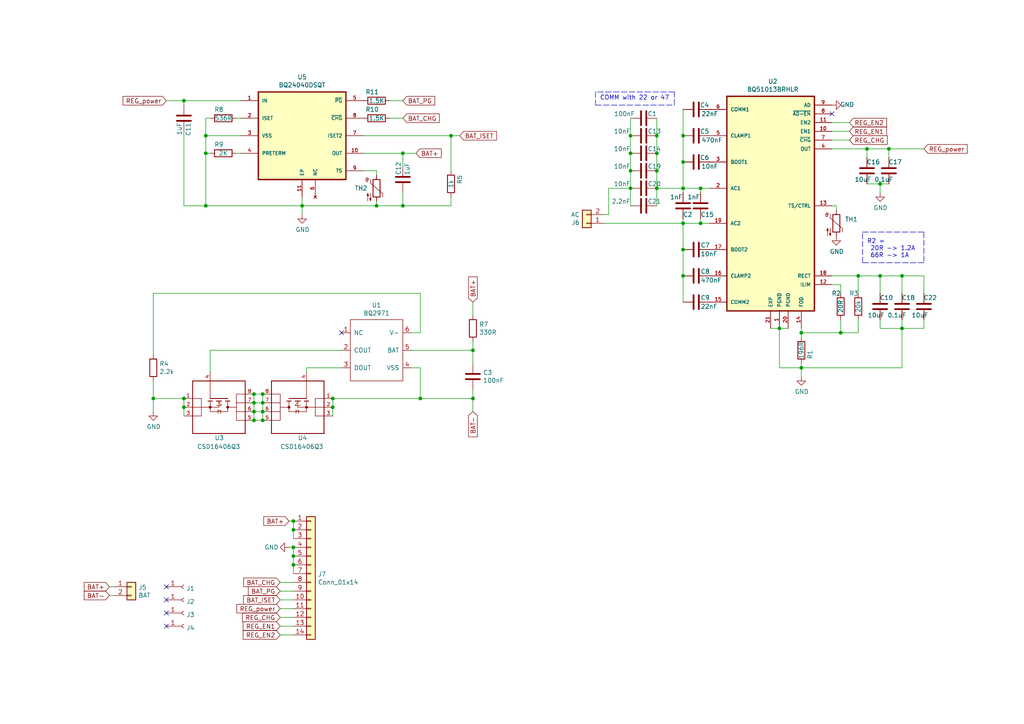
<source format=kicad_sch>
(kicad_sch (version 20211123) (generator eeschema)
  (paper "A4")
  (lib_symbols
    (symbol "BC:BQ2971" (pin_names (offset 1.016))
      (property "Reference" "U" (at 0 11.43 0))
      (property "Value" "BQ2971" (at 0 11.43 0))
      (symbol "BQ2971_1_1"
        (rectangle (start -7.62 8.89) (end 7.62 -8.89))
        (pin input line (at -10.16 5.08 0) (length 2.54) (name "NC") (number "1"))
        (pin input line (at -10.16 0 0) (length 2.54) (name "COUT") (number "2"))
        (pin passive line (at -10.16 -5.08 0) (length 2.54) (name "DOUT") (number "3"))
        (pin input line (at 10.16 -5.08 180) (length 2.54) (name "VSS") (number "4"))
        (pin input line (at 10.16 0 180) (length 2.54) (name "BAT") (number "5"))
        (pin input line (at 10.16 5.08 180) (length 2.54) (name "V-") (number "6"))
      )
    )
    (symbol "BC:CSD16406Q3" (pin_names (offset 1.016) hide)
      (property "Reference" "U" (at -7.62 -11.938 0))
      (property "Value" "CSD16406Q3" (at -5.08 -12.192 0))
      (symbol "CSD16406Q3_0_0"
        (polyline (pts (xy -7.62 -2.54) (xy -7.62 0)) (stroke (width 0.254)))
        (polyline (pts (xy -7.62 0) (xy -7.62 5.08)) (stroke (width 0.254)))
        (polyline (pts (xy -7.62 2.54) (xy -3.81 2.54)) (stroke (width 0.1524)))
        (polyline (pts (xy -7.62 5.08) (xy -7.62 7.62)) (stroke (width 0.254)))
        (polyline (pts (xy -7.62 7.62) (xy -7.62 10.16)) (stroke (width 0.254)))
        (polyline (pts (xy -7.62 10.16) (xy -7.62 12.7)) (stroke (width 0.254)))
        (polyline (pts (xy -7.62 12.7) (xy 7.62 12.7)) (stroke (width 0.254)))
        (polyline (pts (xy -3.81 2.54) (xy -2.54 2.54)) (stroke (width 0.1524)))
        (polyline (pts (xy -3.81 10.16) (xy -3.81 12.7)) (stroke (width 0.1524)))
        (polyline (pts (xy -2.54 -2.54) (xy -2.54 0)) (stroke (width 0.1524)))
        (polyline (pts (xy -2.54 0) (xy 0 0)) (stroke (width 0.1524)))
        (polyline (pts (xy -2.54 7.62) (xy -2.54 2.54)) (stroke (width 0.254)))
        (polyline (pts (xy -1.778 2.54) (xy -1.778 1.905)) (stroke (width 0.254)))
        (polyline (pts (xy -1.778 3.175) (xy -1.778 2.54)) (stroke (width 0.254)))
        (polyline (pts (xy -1.778 5.08) (xy -1.778 4.318)) (stroke (width 0.254)))
        (polyline (pts (xy -1.778 5.08) (xy 0 5.08)) (stroke (width 0.1524)))
        (polyline (pts (xy -1.778 5.842) (xy -1.778 5.08)) (stroke (width 0.254)))
        (polyline (pts (xy -1.778 7.62) (xy -1.778 6.985)) (stroke (width 0.254)))
        (polyline (pts (xy -1.778 7.62) (xy 0 7.62)) (stroke (width 0.1524)))
        (polyline (pts (xy -1.778 8.255) (xy -1.778 7.62)) (stroke (width 0.254)))
        (polyline (pts (xy -1.27 10.16) (xy -3.81 10.16)) (stroke (width 0.1524)))
        (polyline (pts (xy -1.27 10.16) (xy -1.27 12.7)) (stroke (width 0.1524)))
        (polyline (pts (xy 0 -2.54) (xy 0 0)) (stroke (width 0.1524)))
        (polyline (pts (xy 0 0) (xy 2.54 0)) (stroke (width 0.1524)))
        (polyline (pts (xy 0 1.27) (xy 0 2.54)) (stroke (width 0.1524)))
        (polyline (pts (xy 0 2.54) (xy -1.778 2.54)) (stroke (width 0.1524)))
        (polyline (pts (xy 0 2.54) (xy 1.27 2.54)) (stroke (width 0.1524)))
        (polyline (pts (xy 0 5.08) (xy 0 2.54)) (stroke (width 0.1524)))
        (polyline (pts (xy 0 7.62) (xy 1.27 7.62)) (stroke (width 0.1524)))
        (polyline (pts (xy 0 10.16) (xy 0 7.62)) (stroke (width 0.1524)))
        (polyline (pts (xy 1.27 5.588) (xy 0.762 5.588)) (stroke (width 0.1524)))
        (polyline (pts (xy 1.27 5.588) (xy 1.27 2.54)) (stroke (width 0.1524)))
        (polyline (pts (xy 1.27 7.62) (xy 1.27 5.588)) (stroke (width 0.1524)))
        (polyline (pts (xy 1.27 10.16) (xy -1.27 10.16)) (stroke (width 0.1524)))
        (polyline (pts (xy 1.27 10.16) (xy 1.27 12.7)) (stroke (width 0.1524)))
        (polyline (pts (xy 1.778 5.588) (xy 1.27 5.588)) (stroke (width 0.1524)))
        (polyline (pts (xy 2.54 0) (xy 2.54 -2.54)) (stroke (width 0.1524)))
        (polyline (pts (xy 3.81 10.16) (xy 1.27 10.16)) (stroke (width 0.1524)))
        (polyline (pts (xy 3.81 10.16) (xy 3.81 12.7)) (stroke (width 0.1524)))
        (polyline (pts (xy 7.62 -2.54) (xy -7.62 -2.54)) (stroke (width 0.254)))
        (polyline (pts (xy 7.62 2.54) (xy 7.62 -2.54)) (stroke (width 0.254)))
        (polyline (pts (xy 7.62 5.08) (xy 7.62 2.54)) (stroke (width 0.254)))
        (polyline (pts (xy 7.62 7.62) (xy 7.62 5.08)) (stroke (width 0.254)))
        (polyline (pts (xy 7.62 10.16) (xy 7.62 7.62)) (stroke (width 0.254)))
        (polyline (pts (xy 7.62 12.7) (xy 7.62 10.16)) (stroke (width 0.254)))
        (polyline (pts (xy -1.524 5.08) (xy -0.508 5.842) (xy -0.508 4.318)) (stroke (width 0.1524)) (fill (type background)))
        (polyline (pts (xy 1.27 5.588) (xy 0.762 4.826) (xy 1.778 4.826)) (stroke (width 0.1524)) (fill (type background)))
        (circle (center 0 2.54) (radius 0.2032) (stroke (width 0.4064)))
        (circle (center 0 7.62) (radius 0.2032) (stroke (width 0.4064)))
        (pin passive line (at -2.54 -5.08 90) (length 2.54) (name "~") (number "1"))
        (pin passive line (at 0 -5.08 90) (length 2.54) (name "~") (number "2"))
        (pin passive line (at 2.54 -5.08 90) (length 2.54) (name "~") (number "3"))
        (pin passive line (at -10.16 2.54 0) (length 2.54) (name "~") (number "4"))
        (pin passive line (at 3.81 15.24 270) (length 2.54) (name "~") (number "5"))
        (pin passive line (at 1.27 15.24 270) (length 2.54) (name "~") (number "6"))
        (pin passive line (at -1.27 15.24 270) (length 2.54) (name "~") (number "7"))
        (pin passive line (at -3.81 15.24 270) (length 2.54) (name "~") (number "8"))
      )
      (symbol "CSD16406Q3_1_1"
        (polyline (pts (xy 0 1.27) (xy 0 0)))
      )
    )
    (symbol "BQ24040DSQT:BQ24040DSQT" (pin_names (offset 1.016))
      (property "Reference" "U" (at -12.7 13.6906 0))
      (property "Value" "BQ24040DSQT" (at -5.08 15.24 0))
      (symbol "BQ24040DSQT_0_0"
        (rectangle (start -12.7 -12.7) (end 12.7 12.7) (stroke (width 0.4064)) (fill (type background)))
        (pin input line (at -17.78 10.16 0) (length 5.08) (name "IN") (number "1"))
        (pin output line (at 17.78 -5.08 180) (length 5.08) (name "OUT") (number "10"))
        (pin bidirectional line (at 0 -17.78 90) (length 5.08) (name "EP") (number "11"))
        (pin input line (at -17.78 5.08 0) (length 5.08) (name "ISET") (number "2"))
        (pin power_in line (at -17.78 0 0) (length 5.08) (name "VSS") (number "3"))
        (pin input line (at -17.78 -5.08 0) (length 5.08) (name "PRETERM") (number "4"))
        (pin output line (at 17.78 10.16 180) (length 5.08) (name "~{PG}") (number "5"))
        (pin input line (at 17.78 0 180) (length 5.08) (name "ISET2") (number "7"))
        (pin output line (at 17.78 5.08 180) (length 5.08) (name "~{CHG}") (number "8"))
        (pin input line (at 17.78 -10.16 180) (length 5.08) (name "TS") (number "9"))
      )
      (symbol "BQ24040DSQT_1_1"
        (pin no_connect line (at 3.81 -17.78 90) (length 5.08) (name "NC") (number "6"))
      )
    )
    (symbol "BQ51013BRHLR:BQ51013BRHLR" (pin_names (offset 1.016))
      (property "Reference" "U" (at -12.7 35.2806 0))
      (property "Value" "BQ51013BRHLR" (at -6.35 35.56 0))
      (symbol "BQ51013BRHLR_0_0"
        (rectangle (start -12.7 -30.48) (end 12.7 31.75) (stroke (width 0.4064)) (fill (type background)))
        (pin power_in line (at 2.54 -35.56 90) (length 5.08) (name "PGND") (number "1"))
        (pin input line (at 17.78 21.59 180) (length 5.08) (name "EN1") (number "10"))
        (pin input line (at 17.78 24.13 180) (length 5.08) (name "EN2") (number "11"))
        (pin bidirectional line (at 17.78 -22.86 180) (length 5.08) (name "ILIM") (number "12"))
        (pin input line (at 17.78 0 180) (length 5.08) (name "TS/CTRL") (number "13"))
        (pin input line (at 8.89 -35.56 90) (length 5.08) (name "FOD") (number "14"))
        (pin output line (at -17.78 -27.94 0) (length 5.08) (name "COMM2") (number "15"))
        (pin output line (at -17.78 -20.32 0) (length 5.08) (name "CLAMP2") (number "16"))
        (pin output line (at -17.78 -12.7 0) (length 5.08) (name "BOOT2") (number "17"))
        (pin output line (at 17.78 -20.32 180) (length 5.08) (name "RECT") (number "18"))
        (pin input line (at -17.78 -5.08 0) (length 5.08) (name "AC2") (number "19"))
        (pin input line (at -17.78 5.08 0) (length 5.08) (name "AC1") (number "2"))
        (pin power_in line (at 5.08 -35.56 90) (length 5.08) (name "PGND") (number "20"))
        (pin power_in line (at 0 -35.56 90) (length 5.08) (name "EXP") (number "21"))
        (pin output line (at -17.78 12.7 0) (length 5.08) (name "BOOT1") (number "3"))
        (pin output line (at 17.78 16.51 180) (length 5.08) (name "OUT") (number "4"))
        (pin output line (at -17.78 20.32 0) (length 5.08) (name "CLAMP1") (number "5"))
        (pin output line (at -17.78 27.94 0) (length 5.08) (name "COMM1") (number "6"))
        (pin output line (at 17.78 19.05 180) (length 5.08) (name "~{CHG}") (number "7"))
        (pin output line (at 17.78 26.67 180) (length 5.08) (name "~{AD-EN}") (number "8"))
        (pin input line (at 17.78 29.21 180) (length 5.08) (name "AD") (number "9"))
      )
    )
    (symbol "Connector:Conn_01x01_Female" (pin_names (offset 1.016) hide)
      (property "Reference" "J" (at 0 2.54 0))
      (property "Value" "Conn_01x01_Female" (at 0 -2.54 0))
      (symbol "Conn_01x01_Female_1_1"
        (polyline (pts (xy -1.27 0) (xy -0.508 0)) (stroke (width 0.1524)))
        (arc (start 0 0.508) (mid -0.508 0) (end 0 -0.508) (stroke (width 0.1524)))
        (pin passive line (at -5.08 0 0) (length 3.81) (name "Pin_1") (number "1"))
      )
    )
    (symbol "Connector_Generic:Conn_01x02" (pin_names (offset 1.016) hide)
      (property "Reference" "J" (at 0 2.54 0))
      (property "Value" "Conn_01x02" (at 0 -5.08 0))
      (symbol "Conn_01x02_1_1"
        (rectangle (start -1.27 -2.413) (end 0 -2.667) (stroke (width 0.1524)))
        (rectangle (start -1.27 0.127) (end 0 -0.127) (stroke (width 0.1524)))
        (rectangle (start -1.27 1.27) (end 1.27 -3.81) (stroke (width 0.254)) (fill (type background)))
        (pin passive line (at -5.08 0 0) (length 3.81) (name "Pin_1") (number "1"))
        (pin passive line (at -5.08 -2.54 0) (length 3.81) (name "Pin_2") (number "2"))
      )
    )
    (symbol "Connector_Generic:Conn_01x14" (pin_names (offset 1.016) hide)
      (property "Reference" "J" (at 0 17.78 0))
      (property "Value" "Conn_01x14" (at 0 -20.32 0))
      (symbol "Conn_01x14_1_1"
        (rectangle (start -1.27 -17.653) (end 0 -17.907) (stroke (width 0.1524)))
        (rectangle (start -1.27 -15.113) (end 0 -15.367) (stroke (width 0.1524)))
        (rectangle (start -1.27 -12.573) (end 0 -12.827) (stroke (width 0.1524)))
        (rectangle (start -1.27 -10.033) (end 0 -10.287) (stroke (width 0.1524)))
        (rectangle (start -1.27 -7.493) (end 0 -7.747) (stroke (width 0.1524)))
        (rectangle (start -1.27 -4.953) (end 0 -5.207) (stroke (width 0.1524)))
        (rectangle (start -1.27 -2.413) (end 0 -2.667) (stroke (width 0.1524)))
        (rectangle (start -1.27 0.127) (end 0 -0.127) (stroke (width 0.1524)))
        (rectangle (start -1.27 2.667) (end 0 2.413) (stroke (width 0.1524)))
        (rectangle (start -1.27 5.207) (end 0 4.953) (stroke (width 0.1524)))
        (rectangle (start -1.27 7.747) (end 0 7.493) (stroke (width 0.1524)))
        (rectangle (start -1.27 10.287) (end 0 10.033) (stroke (width 0.1524)))
        (rectangle (start -1.27 12.827) (end 0 12.573) (stroke (width 0.1524)))
        (rectangle (start -1.27 15.367) (end 0 15.113) (stroke (width 0.1524)))
        (rectangle (start -1.27 16.51) (end 1.27 -19.05) (stroke (width 0.254)) (fill (type background)))
        (pin passive line (at -5.08 15.24 0) (length 3.81) (name "Pin_1") (number "1"))
        (pin passive line (at -5.08 -7.62 0) (length 3.81) (name "Pin_10") (number "10"))
        (pin passive line (at -5.08 -10.16 0) (length 3.81) (name "Pin_11") (number "11"))
        (pin passive line (at -5.08 -12.7 0) (length 3.81) (name "Pin_12") (number "12"))
        (pin passive line (at -5.08 -15.24 0) (length 3.81) (name "Pin_13") (number "13"))
        (pin passive line (at -5.08 -17.78 0) (length 3.81) (name "Pin_14") (number "14"))
        (pin passive line (at -5.08 12.7 0) (length 3.81) (name "Pin_2") (number "2"))
        (pin passive line (at -5.08 10.16 0) (length 3.81) (name "Pin_3") (number "3"))
        (pin passive line (at -5.08 7.62 0) (length 3.81) (name "Pin_4") (number "4"))
        (pin passive line (at -5.08 5.08 0) (length 3.81) (name "Pin_5") (number "5"))
        (pin passive line (at -5.08 2.54 0) (length 3.81) (name "Pin_6") (number "6"))
        (pin passive line (at -5.08 0 0) (length 3.81) (name "Pin_7") (number "7"))
        (pin passive line (at -5.08 -2.54 0) (length 3.81) (name "Pin_8") (number "8"))
        (pin passive line (at -5.08 -5.08 0) (length 3.81) (name "Pin_9") (number "9"))
      )
    )
    (symbol "Device:C" (pin_numbers hide) (pin_names (offset 0.254))
      (property "Reference" "C" (at 0.635 2.54 0))
      (property "Value" "C" (at 0.635 -2.54 0))
      (symbol "C_0_1"
        (polyline (pts (xy -2.032 -0.762) (xy 2.032 -0.762)) (stroke (width 0.508)))
        (polyline (pts (xy -2.032 0.762) (xy 2.032 0.762)) (stroke (width 0.508)))
      )
      (symbol "C_1_1"
        (pin passive line (at 0 3.81 270) (length 2.794) (name "~") (number "1"))
        (pin passive line (at 0 -3.81 90) (length 2.794) (name "~") (number "2"))
      )
    )
    (symbol "Device:R" (pin_numbers hide) (pin_names (offset 0))
      (property "Reference" "R" (at 2.032 0 90))
      (property "Value" "R" (at 0 0 90))
      (symbol "R_0_1"
        (rectangle (start -1.016 -2.54) (end 1.016 2.54) (stroke (width 0.254)))
      )
      (symbol "R_1_1"
        (pin passive line (at 0 3.81 270) (length 1.27) (name "~") (number "1"))
        (pin passive line (at 0 -3.81 90) (length 1.27) (name "~") (number "2"))
      )
    )
    (symbol "Device:Thermistor_NTC" (pin_numbers hide) (pin_names (offset 0))
      (property "Reference" "TH" (at -4.445 0 90))
      (property "Value" "Thermistor_NTC" (at 3.175 0 90))
      (symbol "Thermistor_NTC_0_1"
        (arc (start -3.048 2.159) (mid -3.0505 2.3165) (end -3.175 2.413))
        (arc (start -3.048 2.159) (mid -2.9736 1.9794) (end -2.794 1.905))
        (arc (start -3.048 2.794) (mid -2.9736 2.6144) (end -2.794 2.54))
        (arc (start -2.794 1.905) (mid -2.6144 1.9794) (end -2.54 2.159))
        (arc (start -2.794 2.54) (mid -2.434 2.5608) (end -2.159 2.794))
        (arc (start -2.794 3.048) (mid -2.9736 2.9736) (end -3.048 2.794))
        (arc (start -2.54 2.794) (mid -2.6144 2.9736) (end -2.794 3.048))
        (rectangle (start -1.016 2.54) (end 1.016 -2.54) (stroke (width 0.254)))
        (polyline (pts (xy -2.54 2.159) (xy -2.54 2.794)))
        (polyline (pts (xy -1.778 2.54) (xy -1.778 1.524) (xy 1.778 -1.524) (xy 1.778 -2.54)))
        (polyline (pts (xy -2.54 -3.683) (xy -2.54 -1.397) (xy -2.794 -2.159) (xy -2.286 -2.159) (xy -2.54 -1.397) (xy -2.54 -1.651)) (fill (type outline)))
        (polyline (pts (xy -1.778 -1.397) (xy -1.778 -3.683) (xy -2.032 -2.921) (xy -1.524 -2.921) (xy -1.778 -3.683) (xy -1.778 -3.429)) (fill (type outline)))
      )
      (symbol "Thermistor_NTC_1_1"
        (pin passive line (at 0 3.81 270) (length 1.27) (name "~") (number "1"))
        (pin passive line (at 0 -3.81 90) (length 1.27) (name "~") (number "2"))
      )
    )
    (symbol "power:GND" (power) (pin_names (offset 0))
      (property "Value" "GND" (at 0 -3.81 0))
      (symbol "GND_0_1"
        (polyline (pts (xy 0 0) (xy 0 -1.27) (xy 1.27 -1.27) (xy 0 -2.54) (xy -1.27 -1.27) (xy 0 -1.27)))
      )
      (symbol "GND_1_1"
        (pin power_in line (at 0 0 270) (length 0) hide (name "GND") (number "1"))
      )
    )
  )
  (junction (at 243.84 96.52))
  (junction (at 203.2 54.61))
  (junction (at 232.41 96.52))
  (junction (at 109.22 59.69))
  (junction (at 73.66 119.38))
  (junction (at 182.88 49.53))
  (junction (at 59.69 59.69))
  (junction (at 248.92 80.01))
  (junction (at 182.88 39.37))
  (junction (at 116.84 59.69))
  (junction (at 116.84 44.45))
  (junction (at 85.09 153.67))
  (junction (at 255.27 80.01))
  (junction (at 76.2 121.92))
  (junction (at 76.2 116.84))
  (junction (at 59.69 39.37))
  (junction (at 53.34 115.57))
  (junction (at 85.09 158.75))
  (junction (at 73.66 121.92))
  (junction (at 198.12 54.61))
  (junction (at 121.92 115.57))
  (junction (at 137.16 115.57))
  (junction (at 85.09 151.13))
  (junction (at 85.09 163.83))
  (junction (at 203.2 64.77))
  (junction (at 76.2 114.3))
  (junction (at 137.16 101.6))
  (junction (at 182.88 44.45))
  (junction (at 85.09 161.29))
  (junction (at 261.62 95.25))
  (junction (at 190.5 44.45))
  (junction (at 96.52 118.11))
  (junction (at 87.63 59.69))
  (junction (at 261.62 80.01))
  (junction (at 198.12 46.99))
  (junction (at 53.34 118.11))
  (junction (at 198.12 72.39))
  (junction (at 232.41 106.68))
  (junction (at 182.88 54.61))
  (junction (at 190.5 54.61))
  (junction (at 73.66 114.3))
  (junction (at 130.81 39.37))
  (junction (at 226.06 95.25))
  (junction (at 257.81 43.18))
  (junction (at 76.2 119.38))
  (junction (at 53.34 29.21))
  (junction (at 190.5 49.53))
  (junction (at 59.69 44.45))
  (junction (at 251.46 43.18))
  (junction (at 198.12 80.01))
  (junction (at 96.52 115.57))
  (junction (at 198.12 39.37))
  (junction (at 44.45 115.57))
  (junction (at 198.12 64.77))
  (junction (at 255.27 53.34))
  (junction (at 190.5 39.37))
  (junction (at 73.66 116.84))
  (no_connect (at 99.06 96.52))
  (no_connect (at 241.3 33.02))
  (no_connect (at 48.26 173.99))
  (no_connect (at 48.26 170.18))
  (no_connect (at 48.26 181.61))
  (no_connect (at 48.26 177.8))
  (wire (pts (xy 228.6 95.25) (xy 226.06 95.25)))
  (wire (pts (xy 44.45 115.57) (xy 44.45 119.38)))
  (wire (pts (xy 255.27 55.88) (xy 255.27 53.34)))
  (wire (pts (xy 81.28 173.99) (xy 85.09 173.99)))
  (wire (pts (xy 69.85 39.37) (xy 59.69 39.37)))
  (wire (pts (xy 73.66 116.84) (xy 73.66 119.38)))
  (wire (pts (xy 190.5 54.61) (xy 198.12 54.61)))
  (wire (pts (xy 261.62 92.71) (xy 261.62 95.25)))
  (wire (pts (xy 243.84 96.52) (xy 248.92 96.52)))
  (wire (pts (xy 60.96 101.6) (xy 60.96 107.95)))
  (wire (pts (xy 241.3 80.01) (xy 248.92 80.01)))
  (polyline (pts (xy 267.97 76.2) (xy 250.19 76.2)))
  (wire (pts (xy 73.66 114.3) (xy 73.66 116.84)))
  (wire (pts (xy 182.88 34.29) (xy 182.88 39.37)))
  (wire (pts (xy 255.27 80.01) (xy 255.27 85.09)))
  (wire (pts (xy 119.38 96.52) (xy 121.92 96.52)))
  (wire (pts (xy 87.63 59.69) (xy 87.63 62.23)))
  (wire (pts (xy 241.3 40.64) (xy 246.38 40.64)))
  (wire (pts (xy 251.46 43.18) (xy 257.81 43.18)))
  (wire (pts (xy 198.12 87.63) (xy 198.12 80.01)))
  (wire (pts (xy 88.9 106.68) (xy 99.06 106.68)))
  (wire (pts (xy 261.62 95.25) (xy 261.62 106.68)))
  (wire (pts (xy 76.2 119.38) (xy 76.2 121.92)))
  (wire (pts (xy 130.81 39.37) (xy 133.35 39.37)))
  (wire (pts (xy 85.09 158.75) (xy 85.09 161.29)))
  (wire (pts (xy 53.34 29.21) (xy 69.85 29.21)))
  (wire (pts (xy 182.88 39.37) (xy 182.88 44.45)))
  (wire (pts (xy 109.22 49.53) (xy 109.22 50.8)))
  (wire (pts (xy 198.12 64.77) (xy 203.2 64.77)))
  (wire (pts (xy 53.34 30.48) (xy 53.34 29.21)))
  (wire (pts (xy 251.46 45.72) (xy 251.46 43.18)))
  (wire (pts (xy 130.81 57.15) (xy 130.81 59.69)))
  (wire (pts (xy 121.92 106.68) (xy 121.92 115.57)))
  (wire (pts (xy 190.5 54.61) (xy 190.5 59.69)))
  (wire (pts (xy 248.92 80.01) (xy 248.92 85.09)))
  (wire (pts (xy 241.3 38.1) (xy 246.38 38.1)))
  (wire (pts (xy 198.12 80.01) (xy 198.12 72.39)))
  (wire (pts (xy 121.92 96.52) (xy 121.92 85.09)))
  (wire (pts (xy 190.5 49.53) (xy 190.5 54.61)))
  (wire (pts (xy 137.16 113.03) (xy 137.16 115.57)))
  (wire (pts (xy 44.45 85.09) (xy 44.45 102.87)))
  (wire (pts (xy 109.22 58.42) (xy 109.22 59.69)))
  (wire (pts (xy 83.82 158.75) (xy 85.09 158.75)))
  (wire (pts (xy 113.03 34.29) (xy 116.84 34.29)))
  (wire (pts (xy 76.2 114.3) (xy 76.2 116.84)))
  (wire (pts (xy 85.09 151.13) (xy 83.82 151.13)))
  (wire (pts (xy 267.97 80.01) (xy 267.97 85.09)))
  (wire (pts (xy 248.92 80.01) (xy 255.27 80.01)))
  (wire (pts (xy 105.41 49.53) (xy 109.22 49.53)))
  (wire (pts (xy 31.75 172.72) (xy 33.02 172.72)))
  (wire (pts (xy 257.81 45.72) (xy 257.81 43.18)))
  (wire (pts (xy 241.3 59.69) (xy 242.57 59.69)))
  (wire (pts (xy 96.52 120.65) (xy 96.52 118.11)))
  (wire (pts (xy 68.58 34.29) (xy 69.85 34.29)))
  (wire (pts (xy 53.34 38.1) (xy 53.34 59.69)))
  (wire (pts (xy 96.52 118.11) (xy 96.52 115.57)))
  (wire (pts (xy 232.41 106.68) (xy 261.62 106.68)))
  (wire (pts (xy 85.09 184.15) (xy 81.28 184.15)))
  (wire (pts (xy 190.5 44.45) (xy 190.5 49.53)))
  (wire (pts (xy 68.58 44.45) (xy 69.85 44.45)))
  (wire (pts (xy 223.52 95.25) (xy 226.06 95.25)))
  (wire (pts (xy 255.27 80.01) (xy 261.62 80.01)))
  (wire (pts (xy 59.69 39.37) (xy 59.69 44.45)))
  (wire (pts (xy 248.92 92.71) (xy 248.92 96.52)))
  (wire (pts (xy 121.92 106.68) (xy 119.38 106.68)))
  (wire (pts (xy 116.84 48.26) (xy 116.84 44.45)))
  (wire (pts (xy 241.3 82.55) (xy 243.84 82.55)))
  (wire (pts (xy 182.88 44.45) (xy 182.88 49.53)))
  (wire (pts (xy 60.96 34.29) (xy 59.69 34.29)))
  (wire (pts (xy 33.02 170.18) (xy 31.75 170.18)))
  (wire (pts (xy 198.12 55.88) (xy 198.12 54.61)))
  (wire (pts (xy 137.16 119.38) (xy 137.16 115.57)))
  (wire (pts (xy 73.66 119.38) (xy 73.66 121.92)))
  (wire (pts (xy 85.09 168.91) (xy 81.28 168.91)))
  (wire (pts (xy 198.12 39.37) (xy 198.12 46.99)))
  (wire (pts (xy 76.2 116.84) (xy 76.2 119.38)))
  (wire (pts (xy 44.45 110.49) (xy 44.45 115.57)))
  (wire (pts (xy 85.09 163.83) (xy 85.09 166.37)))
  (wire (pts (xy 255.27 92.71) (xy 255.27 95.25)))
  (wire (pts (xy 130.81 39.37) (xy 130.81 49.53)))
  (wire (pts (xy 232.41 105.41) (xy 232.41 106.68)))
  (wire (pts (xy 85.09 179.07) (xy 81.28 179.07)))
  (wire (pts (xy 137.16 115.57) (xy 121.92 115.57)))
  (wire (pts (xy 85.09 151.13) (xy 85.09 153.67)))
  (wire (pts (xy 116.84 55.88) (xy 116.84 59.69)))
  (wire (pts (xy 96.52 115.57) (xy 121.92 115.57)))
  (wire (pts (xy 182.88 54.61) (xy 182.88 59.69)))
  (wire (pts (xy 203.2 63.5) (xy 203.2 64.77)))
  (wire (pts (xy 242.57 59.69) (xy 242.57 60.96)))
  (wire (pts (xy 60.96 44.45) (xy 59.69 44.45)))
  (wire (pts (xy 203.2 55.88) (xy 203.2 54.61)))
  (wire (pts (xy 73.66 116.84) (xy 76.2 116.84)))
  (wire (pts (xy 232.41 95.25) (xy 232.41 96.52)))
  (wire (pts (xy 59.69 59.69) (xy 87.63 59.69)))
  (wire (pts (xy 105.41 44.45) (xy 116.84 44.45)))
  (wire (pts (xy 176.53 62.23) (xy 176.53 54.61)))
  (wire (pts (xy 232.41 96.52) (xy 243.84 96.52)))
  (wire (pts (xy 137.16 101.6) (xy 137.16 105.41)))
  (wire (pts (xy 243.84 92.71) (xy 243.84 96.52)))
  (wire (pts (xy 53.34 115.57) (xy 53.34 118.11)))
  (wire (pts (xy 85.09 181.61) (xy 81.28 181.61)))
  (wire (pts (xy 73.66 121.92) (xy 76.2 121.92)))
  (wire (pts (xy 232.41 96.52) (xy 232.41 97.79)))
  (wire (pts (xy 99.06 101.6) (xy 60.96 101.6)))
  (wire (pts (xy 226.06 95.25) (xy 226.06 106.68)))
  (polyline (pts (xy 250.19 67.31) (xy 267.97 67.31)))
  (wire (pts (xy 175.26 64.77) (xy 198.12 64.77)))
  (wire (pts (xy 267.97 92.71) (xy 267.97 95.25)))
  (wire (pts (xy 261.62 80.01) (xy 267.97 80.01)))
  (wire (pts (xy 53.34 59.69) (xy 59.69 59.69)))
  (wire (pts (xy 255.27 53.34) (xy 257.81 53.34)))
  (wire (pts (xy 241.3 35.56) (xy 246.38 35.56)))
  (wire (pts (xy 85.09 161.29) (xy 85.09 163.83)))
  (wire (pts (xy 251.46 53.34) (xy 255.27 53.34)))
  (polyline (pts (xy 172.72 26.67) (xy 172.72 30.48)))
  (wire (pts (xy 190.5 34.29) (xy 190.5 39.37)))
  (wire (pts (xy 116.84 59.69) (xy 130.81 59.69)))
  (wire (pts (xy 267.97 95.25) (xy 261.62 95.25)))
  (wire (pts (xy 182.88 49.53) (xy 182.88 54.61)))
  (polyline (pts (xy 250.19 76.2) (xy 250.19 67.31)))
  (wire (pts (xy 113.03 29.21) (xy 116.84 29.21)))
  (wire (pts (xy 137.16 101.6) (xy 137.16 99.06)))
  (wire (pts (xy 119.38 101.6) (xy 137.16 101.6)))
  (wire (pts (xy 53.34 115.57) (xy 44.45 115.57)))
  (wire (pts (xy 198.12 31.75) (xy 198.12 39.37)))
  (wire (pts (xy 137.16 87.63) (xy 137.16 91.44)))
  (wire (pts (xy 257.81 43.18) (xy 267.97 43.18)))
  (wire (pts (xy 87.63 59.69) (xy 109.22 59.69)))
  (wire (pts (xy 87.63 57.15) (xy 87.63 59.69)))
  (polyline (pts (xy 172.72 30.48) (xy 195.58 30.48)))
  (wire (pts (xy 176.53 62.23) (xy 175.26 62.23)))
  (wire (pts (xy 116.84 44.45) (xy 120.65 44.45)))
  (wire (pts (xy 88.9 106.68) (xy 88.9 107.95)))
  (wire (pts (xy 85.09 171.45) (xy 81.28 171.45)))
  (wire (pts (xy 121.92 85.09) (xy 44.45 85.09)))
  (wire (pts (xy 85.09 176.53) (xy 81.28 176.53)))
  (wire (pts (xy 241.3 43.18) (xy 251.46 43.18)))
  (wire (pts (xy 232.41 106.68) (xy 232.41 109.22)))
  (wire (pts (xy 53.34 118.11) (xy 53.34 120.65)))
  (wire (pts (xy 198.12 46.99) (xy 198.12 54.61)))
  (wire (pts (xy 73.66 114.3) (xy 76.2 114.3)))
  (wire (pts (xy 243.84 82.55) (xy 243.84 85.09)))
  (wire (pts (xy 85.09 153.67) (xy 85.09 156.21)))
  (wire (pts (xy 116.84 59.69) (xy 109.22 59.69)))
  (wire (pts (xy 190.5 39.37) (xy 190.5 44.45)))
  (wire (pts (xy 48.26 29.21) (xy 53.34 29.21)))
  (wire (pts (xy 198.12 63.5) (xy 198.12 64.77)))
  (polyline (pts (xy 267.97 67.31) (xy 267.97 76.2)))
  (wire (pts (xy 203.2 64.77) (xy 205.74 64.77)))
  (wire (pts (xy 198.12 72.39) (xy 198.12 64.77)))
  (wire (pts (xy 59.69 44.45) (xy 59.69 59.69)))
  (wire (pts (xy 261.62 80.01) (xy 261.62 85.09)))
  (polyline (pts (xy 195.58 26.67) (xy 172.72 26.67)))
  (wire (pts (xy 105.41 39.37) (xy 130.81 39.37)))
  (wire (pts (xy 226.06 106.68) (xy 232.41 106.68)))
  (wire (pts (xy 203.2 54.61) (xy 205.74 54.61)))
  (wire (pts (xy 255.27 95.25) (xy 261.62 95.25)))
  (wire (pts (xy 59.69 34.29) (xy 59.69 39.37)))
  (wire (pts (xy 176.53 54.61) (xy 182.88 54.61)))
  (wire (pts (xy 73.66 119.38) (xy 76.2 119.38)))
  (wire (pts (xy 198.12 54.61) (xy 203.2 54.61)))
  (polyline (pts (xy 195.58 30.48) (xy 195.58 26.67)))
  (text "R2 = \n 20R -> 1.2A\n 66R -> 1A" (at 251.46 74.93 0) (effects (font (size 1.27 1.27)) (justify left bottom)))
  (text "COMM with 22 or 47" (at 173.99 29.21 0) (effects (font (size 1.27 1.27)) (justify left bottom)))
  (global_label "BAT_ISET" (shape input) (at 133.35 39.37 0) (property "Intersheet References" "${INTERSHEET_REFS}" (effects hide)))
  (global_label "REG_EN1" (shape input) (at 246.38 38.1 0) (property "Intersheet References" "${INTERSHEET_REFS}" (effects hide)))
  (global_label "BAT-" (shape input) (at 137.16 119.38 270) (property "Intersheet References" "${INTERSHEET_REFS}" (effects hide)))
  (global_label "BAT_ISET" (shape input) (at 81.28 173.99 180) (property "Intersheet References" "${INTERSHEET_REFS}" (effects hide)))
  (global_label "BAT_CHG" (shape input) (at 81.28 168.91 180) (property "Intersheet References" "${INTERSHEET_REFS}" (effects hide)))
  (global_label "BAT_PG" (shape input) (at 116.84 29.21 0) (property "Intersheet References" "${INTERSHEET_REFS}" (effects hide)))
  (global_label "REG_power" (shape input) (at 267.97 43.18 0) (property "Intersheet References" "${INTERSHEET_REFS}" (effects hide)))
  (global_label "REG_EN2" (shape input) (at 81.28 184.15 180) (property "Intersheet References" "${INTERSHEET_REFS}" (effects hide)))
  (global_label "REG_EN2" (shape input) (at 246.38 35.56 0) (property "Intersheet References" "${INTERSHEET_REFS}" (effects hide)))
  (global_label "BAT_CHG" (shape input) (at 116.84 34.29 0) (property "Intersheet References" "${INTERSHEET_REFS}" (effects hide)))
  (global_label "BAT+" (shape input) (at 83.82 151.13 180) (property "Intersheet References" "${INTERSHEET_REFS}" (effects hide)))
  (global_label "REG_power" (shape input) (at 81.28 176.53 180) (property "Intersheet References" "${INTERSHEET_REFS}" (effects hide)))
  (global_label "BAT+" (shape input) (at 137.16 87.63 90) (property "Intersheet References" "${INTERSHEET_REFS}" (effects hide)))
  (global_label "REG_CHG" (shape input) (at 81.28 179.07 180) (property "Intersheet References" "${INTERSHEET_REFS}" (effects hide)))
  (global_label "REG_CHG" (shape input) (at 246.38 40.64 0) (property "Intersheet References" "${INTERSHEET_REFS}" (effects hide)))
  (global_label "BAT-" (shape input) (at 31.75 172.72 180) (property "Intersheet References" "${INTERSHEET_REFS}" (effects hide)))
  (global_label "REG_power" (shape input) (at 48.26 29.21 180) (property "Intersheet References" "${INTERSHEET_REFS}" (effects hide)))
  (global_label "BAT+" (shape input) (at 31.75 170.18 180) (property "Intersheet References" "${INTERSHEET_REFS}" (effects hide)))
  (global_label "BAT+" (shape input) (at 120.65 44.45 0) (property "Intersheet References" "${INTERSHEET_REFS}" (effects hide)))
  (global_label "BAT_PG" (shape input) (at 81.28 171.45 180) (property "Intersheet References" "${INTERSHEET_REFS}" (effects hide)))
  (global_label "REG_EN1" (shape input) (at 81.28 181.61 180) (property "Intersheet References" "${INTERSHEET_REFS}" (effects hide)))
  (symbol (lib_id "BC:CSD16406Q3") (at 58.42 118.11 270) (unit 1)
    (property "Reference" "U3" (at 62.23 127 90) (effects (justify left)))
    (property "Value" "CSD16406Q3" (at 57.15 129.54 90) (effects (justify left)))
    (property "Footprint" "BC:CSD16406Q3" (effects hide))
    (property "AVAILABILITY" "Good" (effects hide))
    (property "MOUSER-PURCHASE-URL" "https://snapeda.com/shop?store=Mouser&id=288071" (effects hide))
    (property "MF" "Texas Instruments" (effects hide))
    (property "DESCRIPTION" "25V, N ch NexFET MOSFET, single SON3x3, 7.4mOhm 8-VSON-CLIP -55 to 150" (effects hide))
    (property "TEXAS_INSTRUMENTS-PURCHASE-URL" "https://snapeda.com/shop?store=Texas+Instruments&id=288071" (effects hide))
    (property "PRICE" "None" (effects hide))
    (property "PACKAGE" "VSON-CLIP-8 Texas Instruments" (effects hide))
    (property "MP" "CSD16406Q3" (effects hide))
    (property "DIGIKEY-PURCHASE-URL" "https://snapeda.com/shop?store=DigiKey&id=288071" (effects hide))
  )
  (symbol (lib_id "BC:BQ2971") (at 109.22 101.6 0) (unit 1)
    (property "Reference" "U1" (at 109.22 88.519 0))
    (property "Value" "BQ2971" (at 109.22 90.8304 0))
    (property "Footprint" "Package_SON:WSON-6_1.5x1.5mm_P0.5mm" (effects hide))
  )
  (symbol (lib_id "BC:CSD16406Q3") (at 91.44 118.11 90) (mirror x) (unit 1)
    (property "Reference" "U4" (at 86.36 127 90) (effects (justify right)))
    (property "Value" "CSD16406Q3" (at 81.28 129.54 90) (effects (justify right)))
    (property "Footprint" "BC:CSD16406Q3" (effects hide))
    (property "AVAILABILITY" "Good" (effects hide))
    (property "MOUSER-PURCHASE-URL" "https://snapeda.com/shop?store=Mouser&id=288071" (effects hide))
    (property "MF" "Texas Instruments" (effects hide))
    (property "DESCRIPTION" "25V, N ch NexFET MOSFET, single SON3x3, 7.4mOhm 8-VSON-CLIP -55 to 150" (effects hide))
    (property "TEXAS_INSTRUMENTS-PURCHASE-URL" "https://snapeda.com/shop?store=Texas+Instruments&id=288071" (effects hide))
    (property "PRICE" "None" (effects hide))
    (property "PACKAGE" "VSON-CLIP-8 Texas Instruments" (effects hide))
    (property "MP" "CSD16406Q3" (effects hide))
    (property "DIGIKEY-PURCHASE-URL" "https://snapeda.com/shop?store=DigiKey&id=288071" (effects hide))
  )
  (symbol (lib_id "Device:R") (at 44.45 106.68 0) (unit 1)
    (property "Reference" "R4" (at 46.228 105.5116 0) (effects (justify left)))
    (property "Value" "2.2k" (at 46.228 107.823 0) (effects (justify left)))
    (property "Footprint" "Resistor_SMD:R_0402_1005Metric" (effects hide))
  )
  (symbol (lib_id "Device:C") (at 137.16 109.22 0) (unit 1)
    (property "Reference" "C3" (at 140.081 108.0516 0) (effects (justify left)))
    (property "Value" "100nF" (at 140.081 110.363 0) (effects (justify left)))
    (property "Footprint" "Capacitor_SMD:C_0402_1005Metric" (effects hide))
  )
  (symbol (lib_id "Device:R") (at 137.16 95.25 0) (unit 1)
    (property "Reference" "R7" (at 138.938 94.0816 0) (effects (justify left)))
    (property "Value" "330R" (at 138.938 96.393 0) (effects (justify left)))
    (property "Footprint" "Resistor_SMD:R_0402_1005Metric" (effects hide))
  )
  (symbol (lib_id "power:GND") (at 44.45 119.38 0) (unit 1)
    (property "Reference" "#PWR04" (effects hide))
    (property "Value" "GND" (at 44.577 123.7742 0))
  )
  (symbol (lib_id "Connector_Generic:Conn_01x02") (at 170.18 64.77 180) (unit 1)
    (property "Reference" "J6" (at 168.148 64.5668 0) (effects (justify left)))
    (property "Value" "AC" (at 168.148 62.2554 0) (effects (justify left)))
    (property "Footprint" "Resistor_THT:R_Axial_DIN0204_L3.6mm_D1.6mm_P2.54mm_Vertical" (effects hide))
  )
  (symbol (lib_id "BQ24040DSQT:BQ24040DSQT") (at 87.63 39.37 0) (unit 1)
    (property "Reference" "U5" (at 87.63 22.352 0))
    (property "Value" "BQ24040DSQT" (at 87.63 24.6634 0))
    (property "Footprint" "SON40P200X200X80-11N" (effects hide))
  )
  (symbol (lib_id "Device:C") (at 198.12 59.69 0) (unit 1)
    (property "Reference" "C2" (at 198.12 62.23 0) (effects (justify left)))
    (property "Value" "1nF" (at 194.31 57.15 0) (effects (justify left)))
    (property "Footprint" "Capacitor_SMD:C_0603_1608Metric" (effects hide))
  )
  (symbol (lib_id "Device:C") (at 201.93 46.99 90) (unit 1)
    (property "Reference" "C6" (at 205.74 45.72 90) (effects (justify left)))
    (property "Value" "10nF" (at 208.28 48.26 90) (effects (justify left)))
    (property "Footprint" "Capacitor_SMD:C_0402_1005Metric" (effects hide))
  )
  (symbol (lib_id "Device:C") (at 201.93 39.37 90) (unit 1)
    (property "Reference" "C5" (at 205.74 38.1 90) (effects (justify left)))
    (property "Value" "470nF" (at 209.55 40.64 90) (effects (justify left)))
    (property "Footprint" "Capacitor_SMD:C_0402_1005Metric" (effects hide))
  )
  (symbol (lib_id "Device:C") (at 201.93 31.75 90) (unit 1)
    (property "Reference" "C4" (at 205.74 30.48 90) (effects (justify left)))
    (property "Value" "22nF" (at 208.28 33.02 90) (effects (justify left)))
    (property "Footprint" "Capacitor_SMD:C_0402_1005Metric" (effects hide))
  )
  (symbol (lib_id "Device:C") (at 201.93 72.39 270) (unit 1)
    (property "Reference" "C7" (at 203.2 71.12 90) (effects (justify left)))
    (property "Value" "10nF" (at 203.2 73.66 90) (effects (justify left)))
    (property "Footprint" "Capacitor_SMD:C_0402_1005Metric" (effects hide))
  )
  (symbol (lib_id "Device:C") (at 201.93 80.01 270) (unit 1)
    (property "Reference" "C8" (at 203.2 78.74 90) (effects (justify left)))
    (property "Value" "470nF" (at 203.2 81.28 90) (effects (justify left)))
    (property "Footprint" "Capacitor_SMD:C_0402_1005Metric" (effects hide))
  )
  (symbol (lib_id "Device:C") (at 201.93 87.63 270) (unit 1)
    (property "Reference" "C9" (at 203.2 86.36 90) (effects (justify left)))
    (property "Value" "22nF" (at 203.2 88.9 90) (effects (justify left)))
    (property "Footprint" "Capacitor_SMD:C_0402_1005Metric" (effects hide))
  )
  (symbol (lib_id "Connector:Conn_01x01_Female") (at 53.34 170.18 0) (unit 1)
    (property "Reference" "J1" (at 54.0512 170.688 0) (effects (justify left)))
    (property "Value" "Conn_01x01_Female" (effects hide))
    (property "Footprint" "MountingHole:MountingHole_2.2mm_M2" (effects hide))
  )
  (symbol (lib_id "Connector:Conn_01x01_Female") (at 53.34 173.99 0) (unit 1)
    (property "Reference" "J2" (at 54.0512 174.498 0) (effects (justify left)))
    (property "Value" "Conn_01x01_Female" (effects hide))
    (property "Footprint" "MountingHole:MountingHole_2.2mm_M2" (effects hide))
  )
  (symbol (lib_id "Connector:Conn_01x01_Female") (at 53.34 177.8 0) (unit 1)
    (property "Reference" "J3" (at 54.0512 178.308 0) (effects (justify left)))
    (property "Value" "Conn_01x01_Female" (effects hide))
    (property "Footprint" "MountingHole:MountingHole_2.2mm_M2" (effects hide))
  )
  (symbol (lib_id "Connector:Conn_01x01_Female") (at 53.34 181.61 0) (unit 1)
    (property "Reference" "J4" (at 54.0512 182.118 0) (effects (justify left)))
    (property "Value" "Conn_01x01_Female" (effects hide))
    (property "Footprint" "MountingHole:MountingHole_2.2mm_M2" (effects hide))
  )
  (symbol (lib_id "Device:C") (at 186.69 34.29 90) (unit 1)
    (property "Reference" "C1" (at 190.5 33.02 90) (effects (justify left)))
    (property "Value" "100nF" (at 184.15 33.02 90) (effects (justify left)))
    (property "Footprint" "Capacitor_SMD:C_1206_3216Metric" (effects hide))
  )
  (symbol (lib_id "Connector_Generic:Conn_01x02") (at 38.1 170.18 0) (unit 1)
    (property "Reference" "J5" (at 40.132 170.3832 0) (effects (justify left)))
    (property "Value" "BAT" (at 40.132 172.6946 0) (effects (justify left)))
    (property "Footprint" "Connector_PinHeader_2.54mm:PinHeader_1x02_P2.54mm_Vertical" (effects hide))
  )
  (symbol (lib_id "power:GND") (at 241.3 30.48 90) (unit 1)
    (property "Reference" "#PWR02" (effects hide))
    (property "Value" "GND" (at 245.6942 30.353 90))
  )
  (symbol (lib_id "Device:C") (at 255.27 88.9 180) (unit 1)
    (property "Reference" "C10" (at 259.08 86.36 0) (effects (justify left)))
    (property "Value" "10uF" (at 256.54 91.44 0) (effects (justify left)))
    (property "Footprint" "Capacitor_SMD:C_0603_1608Metric" (effects hide))
  )
  (symbol (lib_id "Device:C") (at 53.34 34.29 180) (unit 1)
    (property "Reference" "C11" (at 54.61 35.56 90) (effects (justify left)))
    (property "Value" "1uF" (at 52.07 35.56 90) (effects (justify left)))
    (property "Footprint" "Capacitor_SMD:C_0603_1608Metric" (effects hide))
  )
  (symbol (lib_id "Device:C") (at 186.69 39.37 90) (unit 1)
    (property "Reference" "C13" (at 191.77 38.1 90) (effects (justify left)))
    (property "Value" "10nF" (at 182.88 38.1 90) (effects (justify left)))
    (property "Footprint" "Capacitor_SMD:C_0603_1608Metric" (effects hide))
  )
  (symbol (lib_id "Device:R") (at 64.77 34.29 270) (unit 1)
    (property "Reference" "R8" (at 63.5 31.75 90))
    (property "Value" "536R" (at 64.77 34.29 90))
    (property "Footprint" "Resistor_SMD:R_0402_1005Metric" (effects hide))
  )
  (symbol (lib_id "Device:R") (at 64.77 44.45 270) (unit 1)
    (property "Reference" "R9" (at 63.5 41.91 90))
    (property "Value" "2K" (at 64.77 44.45 90))
    (property "Footprint" "Resistor_SMD:R_0402_1005Metric" (effects hide))
  )
  (symbol (lib_id "Device:R") (at 248.92 88.9 0) (unit 1)
    (property "Reference" "R3" (at 247.65 85.09 0))
    (property "Value" "20k" (at 248.92 88.9 90))
    (property "Footprint" "Resistor_SMD:R_0402_1005Metric" (effects hide))
  )
  (symbol (lib_id "Device:R") (at 243.84 88.9 0) (unit 1)
    (property "Reference" "R2" (at 242.57 85.09 0))
    (property "Value" "20R" (at 243.84 88.9 90))
    (property "Footprint" "Resistor_SMD:R_0402_1005Metric" (effects hide))
  )
  (symbol (lib_id "Device:C") (at 203.2 59.69 0) (unit 1)
    (property "Reference" "C15" (at 203.2 62.23 0) (effects (justify left)))
    (property "Value" "1nF" (at 199.39 57.15 0) (effects (justify left)))
    (property "Footprint" "Capacitor_SMD:C_0603_1608Metric" (effects hide))
  )
  (symbol (lib_id "BQ51013BRHLR:BQ51013BRHLR") (at 223.52 59.69 0) (unit 1)
    (property "Reference" "U2" (at 224.155 23.622 0))
    (property "Value" "BQ51013BRHLR" (at 224.155 25.9334 0))
    (property "Footprint" "IC_MSP430FR2522IRHLR" (effects hide))
  )
  (symbol (lib_id "Device:R") (at 109.22 34.29 90) (mirror x) (unit 1)
    (property "Reference" "R10" (at 107.95 31.75 90))
    (property "Value" "1.5K" (at 109.22 34.29 90))
    (property "Footprint" "Resistor_SMD:R_0402_1005Metric" (effects hide))
  )
  (symbol (lib_id "Device:R") (at 232.41 101.6 0) (unit 1)
    (property "Reference" "R1" (at 234.95 102.87 90))
    (property "Value" "196R" (at 232.41 101.6 90))
    (property "Footprint" "Resistor_SMD:R_0402_1005Metric" (effects hide))
  )
  (symbol (lib_id "power:GND") (at 232.41 109.22 0) (unit 1)
    (property "Reference" "#PWR01" (effects hide))
    (property "Value" "GND" (at 232.537 113.6142 0))
  )
  (symbol (lib_id "Device:R") (at 109.22 29.21 90) (unit 1)
    (property "Reference" "R11" (at 107.95 26.67 90))
    (property "Value" "1.5K" (at 109.22 29.21 90))
    (property "Footprint" "Resistor_SMD:R_0402_1005Metric" (effects hide))
  )
  (symbol (lib_id "Device:C") (at 116.84 52.07 0) (unit 1)
    (property "Reference" "C12" (at 115.57 50.8 90) (effects (justify left)))
    (property "Value" "1uF" (at 118.11 50.8 90) (effects (justify left)))
    (property "Footprint" "Capacitor_SMD:C_0603_1608Metric" (effects hide))
  )
  (symbol (lib_id "Device:Thermistor_NTC") (at 109.22 54.61 0) (unit 1)
    (property "Reference" "TH2" (at 102.87 54.61 0) (effects (justify left)))
    (property "Value" "Thermistor_NTC" (effects hide))
    (property "Footprint" "Resistor_THT:R_Axial_DIN0204_L3.6mm_D1.6mm_P2.54mm_Vertical" (effects hide))
  )
  (symbol (lib_id "Device:Thermistor_NTC") (at 242.57 64.77 0) (unit 1)
    (property "Reference" "TH1" (at 245.0592 63.6016 0) (effects (justify left)))
    (property "Value" "Thermistor_NTC" (effects hide))
    (property "Footprint" "Resistor_THT:R_Axial_DIN0204_L3.6mm_D1.6mm_P2.54mm_Vertical" (effects hide))
  )
  (symbol (lib_id "power:GND") (at 242.57 68.58 0) (unit 1)
    (property "Reference" "#PWR03" (effects hide))
    (property "Value" "GND" (at 242.697 72.9742 0))
  )
  (symbol (lib_id "power:GND") (at 87.63 62.23 0) (unit 1)
    (property "Reference" "#PWR05" (effects hide))
    (property "Value" "GND" (at 87.757 66.6242 0))
  )
  (symbol (lib_id "Device:C") (at 267.97 88.9 180) (unit 1)
    (property "Reference" "C22" (at 271.78 86.36 0) (effects (justify left)))
    (property "Value" "10uF" (at 269.24 91.44 0) (effects (justify left)))
    (property "Footprint" "Capacitor_SMD:C_0603_1608Metric" (effects hide))
  )
  (symbol (lib_id "Device:C") (at 186.69 44.45 90) (unit 1)
    (property "Reference" "C14" (at 191.77 43.18 90) (effects (justify left)))
    (property "Value" "10nF" (at 182.88 43.18 90) (effects (justify left)))
    (property "Footprint" "Capacitor_SMD:C_0603_1608Metric" (effects hide))
  )
  (symbol (lib_id "Device:C") (at 186.69 49.53 90) (unit 1)
    (property "Reference" "C19" (at 191.77 48.26 90) (effects (justify left)))
    (property "Value" "10nF" (at 182.88 48.26 90) (effects (justify left)))
    (property "Footprint" "Capacitor_SMD:C_0603_1608Metric" (effects hide))
  )
  (symbol (lib_id "Device:C") (at 186.69 54.61 90) (unit 1)
    (property "Reference" "C20" (at 191.77 53.34 90) (effects (justify left)))
    (property "Value" "10nF" (at 182.88 53.34 90) (effects (justify left)))
    (property "Footprint" "Capacitor_SMD:C_0603_1608Metric" (effects hide))
  )
  (symbol (lib_id "Device:C") (at 186.69 59.69 90) (unit 1)
    (property "Reference" "C21" (at 191.77 58.42 90) (effects (justify left)))
    (property "Value" "2.2nF" (at 182.88 58.42 90) (effects (justify left)))
    (property "Footprint" "Capacitor_SMD:C_0603_1608Metric" (effects hide))
  )
  (symbol (lib_id "Device:C") (at 261.62 88.9 180) (unit 1)
    (property "Reference" "C18" (at 265.43 86.36 0) (effects (justify left)))
    (property "Value" "0.1uF" (at 262.89 91.44 0) (effects (justify left)))
    (property "Footprint" "Capacitor_SMD:C_0603_1608Metric" (effects hide))
  )
  (symbol (lib_id "Device:C") (at 251.46 49.53 180) (unit 1)
    (property "Reference" "C16" (at 255.27 46.99 0) (effects (justify left)))
    (property "Value" "10uF" (at 252.73 52.07 0) (effects (justify left)))
    (property "Footprint" "Capacitor_SMD:C_0603_1608Metric" (effects hide))
  )
  (symbol (lib_id "Device:C") (at 257.81 49.53 180) (unit 1)
    (property "Reference" "C17" (at 261.62 46.99 0) (effects (justify left)))
    (property "Value" "0.1uF" (at 259.08 52.07 0) (effects (justify left)))
    (property "Footprint" "Capacitor_SMD:C_0603_1608Metric" (effects hide))
  )
  (symbol (lib_id "power:GND") (at 255.27 55.88 0) (unit 1)
    (property "Reference" "#PWR06" (effects hide))
    (property "Value" "GND" (at 255.397 60.2742 0))
  )
  (symbol (lib_id "Device:R") (at 130.81 53.34 0) (unit 1)
    (property "Reference" "R5" (at 133.35 52.07 90))
    (property "Value" "1k" (at 130.81 53.34 90))
    (property "Footprint" "Resistor_SMD:R_0402_1005Metric" (effects hide))
  )
  (symbol (lib_id "Connector_Generic:Conn_01x14") (at 90.17 166.37 0) (unit 1)
    (property "Reference" "J7" (at 92.202 166.5732 0) (effects (justify left)))
    (property "Value" "Conn_01x14" (at 92.202 168.8846 0) (effects (justify left)))
    (property "Footprint" "Connector_FFC-FPC:Hirose_FH12-14S-0.5SH_1x14-1MP_P0.50mm_Horizontal" (effects hide))
  )
  (symbol (lib_id "power:GND") (at 83.82 158.75 270) (unit 1)
    (property "Reference" "#PWR0101" (effects hide))
    (property "Value" "GND" (at 78.74 158.75 90))
  )
)
</source>
